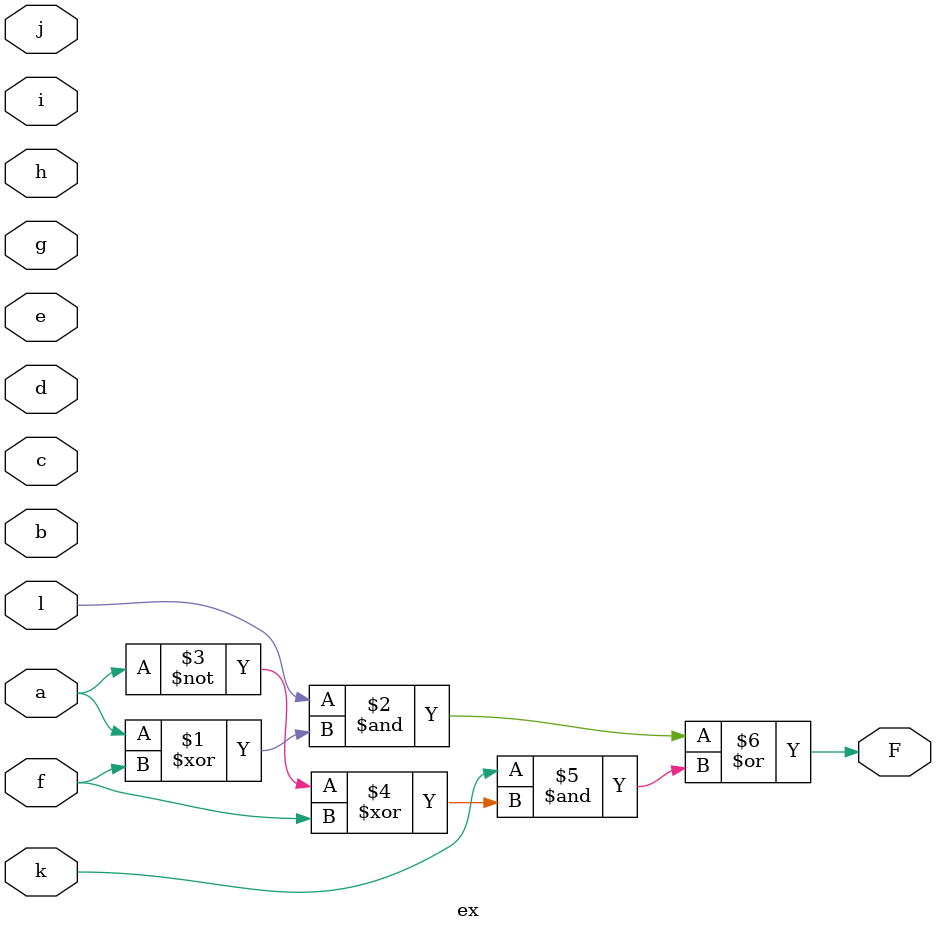
<source format=v>

module ex ( 
    a, b, c, d, e, f, g, h, i, j, k, l,
    F  );
  input  a, b, c, d, e, f, g, h, i, j, k, l;
  output F;
  assign F = (l & (a ^ f)) | (k & (~a ^ f));
endmodule



</source>
